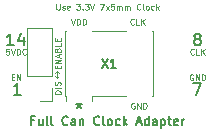
<source format=gbr>
%TF.GenerationSoftware,KiCad,Pcbnew,(5.1.6)-1*%
%TF.CreationDate,2021-08-23T07:44:09-04:00*%
%TF.ProjectId,full-can-to-smd,66756c6c-2d63-4616-9e2d-746f2d736d64,rev?*%
%TF.SameCoordinates,Original*%
%TF.FileFunction,Legend,Top*%
%TF.FilePolarity,Positive*%
%FSLAX46Y46*%
G04 Gerber Fmt 4.6, Leading zero omitted, Abs format (unit mm)*
G04 Created by KiCad (PCBNEW (5.1.6)-1) date 2021-08-23 07:44:09*
%MOMM*%
%LPD*%
G01*
G04 APERTURE LIST*
%ADD10C,0.125000*%
%ADD11C,0.150000*%
%ADD12C,0.120000*%
G04 APERTURE END LIST*
D10*
X145595571Y-79279714D02*
X145595571Y-78708285D01*
X145738428Y-78851142D02*
X145595571Y-78708285D01*
X145452714Y-78851142D01*
X145452714Y-79136857D02*
X145595571Y-79279714D01*
X145738428Y-79136857D01*
X145895190Y-80625095D02*
X145395190Y-80625095D01*
X145395190Y-80506047D01*
X145419000Y-80434619D01*
X145466619Y-80387000D01*
X145514238Y-80363190D01*
X145609476Y-80339380D01*
X145680904Y-80339380D01*
X145776142Y-80363190D01*
X145823761Y-80387000D01*
X145871380Y-80434619D01*
X145895190Y-80506047D01*
X145895190Y-80625095D01*
X145895190Y-80125095D02*
X145395190Y-80125095D01*
X145871380Y-79910809D02*
X145895190Y-79839380D01*
X145895190Y-79720333D01*
X145871380Y-79672714D01*
X145847571Y-79648904D01*
X145799952Y-79625095D01*
X145752333Y-79625095D01*
X145704714Y-79648904D01*
X145680904Y-79672714D01*
X145657095Y-79720333D01*
X145633285Y-79815571D01*
X145609476Y-79863190D01*
X145585666Y-79887000D01*
X145538047Y-79910809D01*
X145490428Y-79910809D01*
X145442809Y-79887000D01*
X145419000Y-79863190D01*
X145395190Y-79815571D01*
X145395190Y-79696523D01*
X145419000Y-79625095D01*
X145633285Y-78477904D02*
X145633285Y-78311238D01*
X145895190Y-78239809D02*
X145895190Y-78477904D01*
X145395190Y-78477904D01*
X145395190Y-78239809D01*
X145895190Y-78025523D02*
X145395190Y-78025523D01*
X145895190Y-77739809D01*
X145395190Y-77739809D01*
X145752333Y-77525523D02*
X145752333Y-77287428D01*
X145895190Y-77573142D02*
X145395190Y-77406476D01*
X145895190Y-77239809D01*
X145633285Y-76906476D02*
X145657095Y-76835047D01*
X145680904Y-76811238D01*
X145728523Y-76787428D01*
X145799952Y-76787428D01*
X145847571Y-76811238D01*
X145871380Y-76835047D01*
X145895190Y-76882666D01*
X145895190Y-77073142D01*
X145395190Y-77073142D01*
X145395190Y-76906476D01*
X145419000Y-76858857D01*
X145442809Y-76835047D01*
X145490428Y-76811238D01*
X145538047Y-76811238D01*
X145585666Y-76835047D01*
X145609476Y-76858857D01*
X145633285Y-76906476D01*
X145633285Y-77073142D01*
X145895190Y-76335047D02*
X145895190Y-76573142D01*
X145395190Y-76573142D01*
X145633285Y-76168380D02*
X145633285Y-76001714D01*
X145895190Y-75930285D02*
X145895190Y-76168380D01*
X145395190Y-76168380D01*
X145395190Y-75930285D01*
X141743952Y-79212285D02*
X141910619Y-79212285D01*
X141982047Y-79474190D02*
X141743952Y-79474190D01*
X141743952Y-78974190D01*
X141982047Y-78974190D01*
X142196333Y-79474190D02*
X142196333Y-78974190D01*
X142482047Y-79474190D01*
X142482047Y-78974190D01*
X157099047Y-78998000D02*
X157051428Y-78974190D01*
X156980000Y-78974190D01*
X156908571Y-78998000D01*
X156860952Y-79045619D01*
X156837142Y-79093238D01*
X156813333Y-79188476D01*
X156813333Y-79259904D01*
X156837142Y-79355142D01*
X156860952Y-79402761D01*
X156908571Y-79450380D01*
X156980000Y-79474190D01*
X157027619Y-79474190D01*
X157099047Y-79450380D01*
X157122857Y-79426571D01*
X157122857Y-79259904D01*
X157027619Y-79259904D01*
X157337142Y-79474190D02*
X157337142Y-78974190D01*
X157622857Y-79474190D01*
X157622857Y-78974190D01*
X157860952Y-79474190D02*
X157860952Y-78974190D01*
X157980000Y-78974190D01*
X158051428Y-78998000D01*
X158099047Y-79045619D01*
X158122857Y-79093238D01*
X158146666Y-79188476D01*
X158146666Y-79259904D01*
X158122857Y-79355142D01*
X158099047Y-79402761D01*
X158051428Y-79450380D01*
X157980000Y-79474190D01*
X157860952Y-79474190D01*
X157182380Y-77267571D02*
X157158571Y-77291380D01*
X157087142Y-77315190D01*
X157039523Y-77315190D01*
X156968095Y-77291380D01*
X156920476Y-77243761D01*
X156896666Y-77196142D01*
X156872857Y-77100904D01*
X156872857Y-77029476D01*
X156896666Y-76934238D01*
X156920476Y-76886619D01*
X156968095Y-76839000D01*
X157039523Y-76815190D01*
X157087142Y-76815190D01*
X157158571Y-76839000D01*
X157182380Y-76862809D01*
X157634761Y-77315190D02*
X157396666Y-77315190D01*
X157396666Y-76815190D01*
X157801428Y-77315190D02*
X157801428Y-76815190D01*
X158087142Y-77315190D02*
X157872857Y-77029476D01*
X158087142Y-76815190D02*
X157801428Y-77100904D01*
X141517761Y-76815190D02*
X141279666Y-76815190D01*
X141255857Y-77053285D01*
X141279666Y-77029476D01*
X141327285Y-77005666D01*
X141446333Y-77005666D01*
X141493952Y-77029476D01*
X141517761Y-77053285D01*
X141541571Y-77100904D01*
X141541571Y-77219952D01*
X141517761Y-77267571D01*
X141493952Y-77291380D01*
X141446333Y-77315190D01*
X141327285Y-77315190D01*
X141279666Y-77291380D01*
X141255857Y-77267571D01*
X141684428Y-76815190D02*
X141851095Y-77315190D01*
X142017761Y-76815190D01*
X142184428Y-77315190D02*
X142184428Y-76815190D01*
X142303476Y-76815190D01*
X142374904Y-76839000D01*
X142422523Y-76886619D01*
X142446333Y-76934238D01*
X142470142Y-77029476D01*
X142470142Y-77100904D01*
X142446333Y-77196142D01*
X142422523Y-77243761D01*
X142374904Y-77291380D01*
X142303476Y-77315190D01*
X142184428Y-77315190D01*
X142970142Y-77267571D02*
X142946333Y-77291380D01*
X142874904Y-77315190D01*
X142827285Y-77315190D01*
X142755857Y-77291380D01*
X142708238Y-77243761D01*
X142684428Y-77196142D01*
X142660619Y-77100904D01*
X142660619Y-77029476D01*
X142684428Y-76934238D01*
X142708238Y-76886619D01*
X142755857Y-76839000D01*
X142827285Y-76815190D01*
X142874904Y-76815190D01*
X142946333Y-76839000D01*
X142970142Y-76862809D01*
X145550476Y-73005190D02*
X145550476Y-73409952D01*
X145574285Y-73457571D01*
X145598095Y-73481380D01*
X145645714Y-73505190D01*
X145740952Y-73505190D01*
X145788571Y-73481380D01*
X145812380Y-73457571D01*
X145836190Y-73409952D01*
X145836190Y-73005190D01*
X146050476Y-73481380D02*
X146098095Y-73505190D01*
X146193333Y-73505190D01*
X146240952Y-73481380D01*
X146264761Y-73433761D01*
X146264761Y-73409952D01*
X146240952Y-73362333D01*
X146193333Y-73338523D01*
X146121904Y-73338523D01*
X146074285Y-73314714D01*
X146050476Y-73267095D01*
X146050476Y-73243285D01*
X146074285Y-73195666D01*
X146121904Y-73171857D01*
X146193333Y-73171857D01*
X146240952Y-73195666D01*
X146669523Y-73481380D02*
X146621904Y-73505190D01*
X146526666Y-73505190D01*
X146479047Y-73481380D01*
X146455238Y-73433761D01*
X146455238Y-73243285D01*
X146479047Y-73195666D01*
X146526666Y-73171857D01*
X146621904Y-73171857D01*
X146669523Y-73195666D01*
X146693333Y-73243285D01*
X146693333Y-73290904D01*
X146455238Y-73338523D01*
X147240952Y-73005190D02*
X147550476Y-73005190D01*
X147383809Y-73195666D01*
X147455238Y-73195666D01*
X147502857Y-73219476D01*
X147526666Y-73243285D01*
X147550476Y-73290904D01*
X147550476Y-73409952D01*
X147526666Y-73457571D01*
X147502857Y-73481380D01*
X147455238Y-73505190D01*
X147312380Y-73505190D01*
X147264761Y-73481380D01*
X147240952Y-73457571D01*
X147764761Y-73457571D02*
X147788571Y-73481380D01*
X147764761Y-73505190D01*
X147740952Y-73481380D01*
X147764761Y-73457571D01*
X147764761Y-73505190D01*
X147955238Y-73005190D02*
X148264761Y-73005190D01*
X148098095Y-73195666D01*
X148169523Y-73195666D01*
X148217142Y-73219476D01*
X148240952Y-73243285D01*
X148264761Y-73290904D01*
X148264761Y-73409952D01*
X148240952Y-73457571D01*
X148217142Y-73481380D01*
X148169523Y-73505190D01*
X148026666Y-73505190D01*
X147979047Y-73481380D01*
X147955238Y-73457571D01*
X148407619Y-73005190D02*
X148574285Y-73505190D01*
X148740952Y-73005190D01*
X149240952Y-73005190D02*
X149574285Y-73005190D01*
X149360000Y-73505190D01*
X149717142Y-73505190D02*
X149979047Y-73171857D01*
X149717142Y-73171857D02*
X149979047Y-73505190D01*
X150407619Y-73005190D02*
X150169523Y-73005190D01*
X150145714Y-73243285D01*
X150169523Y-73219476D01*
X150217142Y-73195666D01*
X150336190Y-73195666D01*
X150383809Y-73219476D01*
X150407619Y-73243285D01*
X150431428Y-73290904D01*
X150431428Y-73409952D01*
X150407619Y-73457571D01*
X150383809Y-73481380D01*
X150336190Y-73505190D01*
X150217142Y-73505190D01*
X150169523Y-73481380D01*
X150145714Y-73457571D01*
X150645714Y-73505190D02*
X150645714Y-73171857D01*
X150645714Y-73219476D02*
X150669523Y-73195666D01*
X150717142Y-73171857D01*
X150788571Y-73171857D01*
X150836190Y-73195666D01*
X150860000Y-73243285D01*
X150860000Y-73505190D01*
X150860000Y-73243285D02*
X150883809Y-73195666D01*
X150931428Y-73171857D01*
X151002857Y-73171857D01*
X151050476Y-73195666D01*
X151074285Y-73243285D01*
X151074285Y-73505190D01*
X151312380Y-73505190D02*
X151312380Y-73171857D01*
X151312380Y-73219476D02*
X151336190Y-73195666D01*
X151383809Y-73171857D01*
X151455238Y-73171857D01*
X151502857Y-73195666D01*
X151526666Y-73243285D01*
X151526666Y-73505190D01*
X151526666Y-73243285D02*
X151550476Y-73195666D01*
X151598095Y-73171857D01*
X151669523Y-73171857D01*
X151717142Y-73195666D01*
X151740952Y-73243285D01*
X151740952Y-73505190D01*
X152645714Y-73457571D02*
X152621904Y-73481380D01*
X152550476Y-73505190D01*
X152502857Y-73505190D01*
X152431428Y-73481380D01*
X152383809Y-73433761D01*
X152360000Y-73386142D01*
X152336190Y-73290904D01*
X152336190Y-73219476D01*
X152360000Y-73124238D01*
X152383809Y-73076619D01*
X152431428Y-73029000D01*
X152502857Y-73005190D01*
X152550476Y-73005190D01*
X152621904Y-73029000D01*
X152645714Y-73052809D01*
X152931428Y-73505190D02*
X152883809Y-73481380D01*
X152860000Y-73433761D01*
X152860000Y-73005190D01*
X153193333Y-73505190D02*
X153145714Y-73481380D01*
X153121904Y-73457571D01*
X153098095Y-73409952D01*
X153098095Y-73267095D01*
X153121904Y-73219476D01*
X153145714Y-73195666D01*
X153193333Y-73171857D01*
X153264761Y-73171857D01*
X153312380Y-73195666D01*
X153336190Y-73219476D01*
X153360000Y-73267095D01*
X153360000Y-73409952D01*
X153336190Y-73457571D01*
X153312380Y-73481380D01*
X153264761Y-73505190D01*
X153193333Y-73505190D01*
X153788571Y-73481380D02*
X153740952Y-73505190D01*
X153645714Y-73505190D01*
X153598095Y-73481380D01*
X153574285Y-73457571D01*
X153550476Y-73409952D01*
X153550476Y-73267095D01*
X153574285Y-73219476D01*
X153598095Y-73195666D01*
X153645714Y-73171857D01*
X153740952Y-73171857D01*
X153788571Y-73195666D01*
X154002857Y-73505190D02*
X154002857Y-73005190D01*
X154050476Y-73314714D02*
X154193333Y-73505190D01*
X154193333Y-73171857D02*
X154002857Y-73362333D01*
X152146047Y-81411000D02*
X152098428Y-81387190D01*
X152027000Y-81387190D01*
X151955571Y-81411000D01*
X151907952Y-81458619D01*
X151884142Y-81506238D01*
X151860333Y-81601476D01*
X151860333Y-81672904D01*
X151884142Y-81768142D01*
X151907952Y-81815761D01*
X151955571Y-81863380D01*
X152027000Y-81887190D01*
X152074619Y-81887190D01*
X152146047Y-81863380D01*
X152169857Y-81839571D01*
X152169857Y-81672904D01*
X152074619Y-81672904D01*
X152384142Y-81887190D02*
X152384142Y-81387190D01*
X152669857Y-81887190D01*
X152669857Y-81387190D01*
X152907952Y-81887190D02*
X152907952Y-81387190D01*
X153027000Y-81387190D01*
X153098428Y-81411000D01*
X153146047Y-81458619D01*
X153169857Y-81506238D01*
X153193666Y-81601476D01*
X153193666Y-81672904D01*
X153169857Y-81768142D01*
X153146047Y-81815761D01*
X153098428Y-81863380D01*
X153027000Y-81887190D01*
X152907952Y-81887190D01*
X152102380Y-74727571D02*
X152078571Y-74751380D01*
X152007142Y-74775190D01*
X151959523Y-74775190D01*
X151888095Y-74751380D01*
X151840476Y-74703761D01*
X151816666Y-74656142D01*
X151792857Y-74560904D01*
X151792857Y-74489476D01*
X151816666Y-74394238D01*
X151840476Y-74346619D01*
X151888095Y-74299000D01*
X151959523Y-74275190D01*
X152007142Y-74275190D01*
X152078571Y-74299000D01*
X152102380Y-74322809D01*
X152554761Y-74775190D02*
X152316666Y-74775190D01*
X152316666Y-74275190D01*
X152721428Y-74775190D02*
X152721428Y-74275190D01*
X153007142Y-74775190D02*
X152792857Y-74489476D01*
X153007142Y-74275190D02*
X152721428Y-74560904D01*
X146780333Y-74275190D02*
X146947000Y-74775190D01*
X147113666Y-74275190D01*
X147280333Y-74775190D02*
X147280333Y-74275190D01*
X147399380Y-74275190D01*
X147470809Y-74299000D01*
X147518428Y-74346619D01*
X147542238Y-74394238D01*
X147566047Y-74489476D01*
X147566047Y-74560904D01*
X147542238Y-74656142D01*
X147518428Y-74703761D01*
X147470809Y-74751380D01*
X147399380Y-74775190D01*
X147280333Y-74775190D01*
X147780333Y-74775190D02*
X147780333Y-74275190D01*
X147899380Y-74275190D01*
X147970809Y-74299000D01*
X148018428Y-74346619D01*
X148042238Y-74394238D01*
X148066047Y-74489476D01*
X148066047Y-74560904D01*
X148042238Y-74656142D01*
X148018428Y-74703761D01*
X147970809Y-74751380D01*
X147899380Y-74775190D01*
X147780333Y-74775190D01*
D11*
X157146666Y-79716380D02*
X157813333Y-79716380D01*
X157384761Y-80716380D01*
X157384761Y-75953952D02*
X157289523Y-75906333D01*
X157241904Y-75858714D01*
X157194285Y-75763476D01*
X157194285Y-75715857D01*
X157241904Y-75620619D01*
X157289523Y-75573000D01*
X157384761Y-75525380D01*
X157575238Y-75525380D01*
X157670476Y-75573000D01*
X157718095Y-75620619D01*
X157765714Y-75715857D01*
X157765714Y-75763476D01*
X157718095Y-75858714D01*
X157670476Y-75906333D01*
X157575238Y-75953952D01*
X157384761Y-75953952D01*
X157289523Y-76001571D01*
X157241904Y-76049190D01*
X157194285Y-76144428D01*
X157194285Y-76334904D01*
X157241904Y-76430142D01*
X157289523Y-76477761D01*
X157384761Y-76525380D01*
X157575238Y-76525380D01*
X157670476Y-76477761D01*
X157718095Y-76430142D01*
X157765714Y-76334904D01*
X157765714Y-76144428D01*
X157718095Y-76049190D01*
X157670476Y-76001571D01*
X157575238Y-75953952D01*
X141922523Y-76525380D02*
X141351095Y-76525380D01*
X141636809Y-76525380D02*
X141636809Y-75525380D01*
X141541571Y-75668238D01*
X141446333Y-75763476D01*
X141351095Y-75811095D01*
X142779666Y-75858714D02*
X142779666Y-76525380D01*
X142541571Y-75477761D02*
X142303476Y-76192047D01*
X142922523Y-76192047D01*
X142525714Y-80716380D02*
X141954285Y-80716380D01*
X142240000Y-80716380D02*
X142240000Y-79716380D01*
X142144761Y-79859238D01*
X142049523Y-79954476D01*
X141954285Y-80002095D01*
X147447000Y-81367380D02*
X147447000Y-81605476D01*
X147208904Y-81510238D02*
X147447000Y-81605476D01*
X147685095Y-81510238D01*
X147304142Y-81795952D02*
X147447000Y-81605476D01*
X147589857Y-81795952D01*
X143655071Y-82877428D02*
X143405071Y-82877428D01*
X143405071Y-83270285D02*
X143405071Y-82520285D01*
X143762214Y-82520285D01*
X144369357Y-82770285D02*
X144369357Y-83270285D01*
X144047928Y-82770285D02*
X144047928Y-83163142D01*
X144083642Y-83234571D01*
X144155071Y-83270285D01*
X144262214Y-83270285D01*
X144333642Y-83234571D01*
X144369357Y-83198857D01*
X144833642Y-83270285D02*
X144762214Y-83234571D01*
X144726500Y-83163142D01*
X144726500Y-82520285D01*
X145226500Y-83270285D02*
X145155071Y-83234571D01*
X145119357Y-83163142D01*
X145119357Y-82520285D01*
X146512214Y-83198857D02*
X146476500Y-83234571D01*
X146369357Y-83270285D01*
X146297928Y-83270285D01*
X146190785Y-83234571D01*
X146119357Y-83163142D01*
X146083642Y-83091714D01*
X146047928Y-82948857D01*
X146047928Y-82841714D01*
X146083642Y-82698857D01*
X146119357Y-82627428D01*
X146190785Y-82556000D01*
X146297928Y-82520285D01*
X146369357Y-82520285D01*
X146476500Y-82556000D01*
X146512214Y-82591714D01*
X147155071Y-83270285D02*
X147155071Y-82877428D01*
X147119357Y-82806000D01*
X147047928Y-82770285D01*
X146905071Y-82770285D01*
X146833642Y-82806000D01*
X147155071Y-83234571D02*
X147083642Y-83270285D01*
X146905071Y-83270285D01*
X146833642Y-83234571D01*
X146797928Y-83163142D01*
X146797928Y-83091714D01*
X146833642Y-83020285D01*
X146905071Y-82984571D01*
X147083642Y-82984571D01*
X147155071Y-82948857D01*
X147512214Y-82770285D02*
X147512214Y-83270285D01*
X147512214Y-82841714D02*
X147547928Y-82806000D01*
X147619357Y-82770285D01*
X147726500Y-82770285D01*
X147797928Y-82806000D01*
X147833642Y-82877428D01*
X147833642Y-83270285D01*
X149190785Y-83198857D02*
X149155071Y-83234571D01*
X149047928Y-83270285D01*
X148976500Y-83270285D01*
X148869357Y-83234571D01*
X148797928Y-83163142D01*
X148762214Y-83091714D01*
X148726500Y-82948857D01*
X148726500Y-82841714D01*
X148762214Y-82698857D01*
X148797928Y-82627428D01*
X148869357Y-82556000D01*
X148976500Y-82520285D01*
X149047928Y-82520285D01*
X149155071Y-82556000D01*
X149190785Y-82591714D01*
X149619357Y-83270285D02*
X149547928Y-83234571D01*
X149512214Y-83163142D01*
X149512214Y-82520285D01*
X150012214Y-83270285D02*
X149940785Y-83234571D01*
X149905071Y-83198857D01*
X149869357Y-83127428D01*
X149869357Y-82913142D01*
X149905071Y-82841714D01*
X149940785Y-82806000D01*
X150012214Y-82770285D01*
X150119357Y-82770285D01*
X150190785Y-82806000D01*
X150226500Y-82841714D01*
X150262214Y-82913142D01*
X150262214Y-83127428D01*
X150226500Y-83198857D01*
X150190785Y-83234571D01*
X150119357Y-83270285D01*
X150012214Y-83270285D01*
X150905071Y-83234571D02*
X150833642Y-83270285D01*
X150690785Y-83270285D01*
X150619357Y-83234571D01*
X150583642Y-83198857D01*
X150547928Y-83127428D01*
X150547928Y-82913142D01*
X150583642Y-82841714D01*
X150619357Y-82806000D01*
X150690785Y-82770285D01*
X150833642Y-82770285D01*
X150905071Y-82806000D01*
X151226500Y-83270285D02*
X151226500Y-82520285D01*
X151297928Y-82984571D02*
X151512214Y-83270285D01*
X151512214Y-82770285D02*
X151226500Y-83056000D01*
X152369357Y-83056000D02*
X152726500Y-83056000D01*
X152297928Y-83270285D02*
X152547928Y-82520285D01*
X152797928Y-83270285D01*
X153369357Y-83270285D02*
X153369357Y-82520285D01*
X153369357Y-83234571D02*
X153297928Y-83270285D01*
X153155071Y-83270285D01*
X153083642Y-83234571D01*
X153047928Y-83198857D01*
X153012214Y-83127428D01*
X153012214Y-82913142D01*
X153047928Y-82841714D01*
X153083642Y-82806000D01*
X153155071Y-82770285D01*
X153297928Y-82770285D01*
X153369357Y-82806000D01*
X154047928Y-83270285D02*
X154047928Y-82877428D01*
X154012214Y-82806000D01*
X153940785Y-82770285D01*
X153797928Y-82770285D01*
X153726500Y-82806000D01*
X154047928Y-83234571D02*
X153976500Y-83270285D01*
X153797928Y-83270285D01*
X153726500Y-83234571D01*
X153690785Y-83163142D01*
X153690785Y-83091714D01*
X153726500Y-83020285D01*
X153797928Y-82984571D01*
X153976500Y-82984571D01*
X154047928Y-82948857D01*
X154405071Y-82770285D02*
X154405071Y-83520285D01*
X154405071Y-82806000D02*
X154476500Y-82770285D01*
X154619357Y-82770285D01*
X154690785Y-82806000D01*
X154726500Y-82841714D01*
X154762214Y-82913142D01*
X154762214Y-83127428D01*
X154726500Y-83198857D01*
X154690785Y-83234571D01*
X154619357Y-83270285D01*
X154476500Y-83270285D01*
X154405071Y-83234571D01*
X154976500Y-82770285D02*
X155262214Y-82770285D01*
X155083642Y-82520285D02*
X155083642Y-83163142D01*
X155119357Y-83234571D01*
X155190785Y-83270285D01*
X155262214Y-83270285D01*
X155797928Y-83234571D02*
X155726500Y-83270285D01*
X155583642Y-83270285D01*
X155512214Y-83234571D01*
X155476500Y-83163142D01*
X155476500Y-82877428D01*
X155512214Y-82806000D01*
X155583642Y-82770285D01*
X155726500Y-82770285D01*
X155797928Y-82806000D01*
X155833642Y-82877428D01*
X155833642Y-82948857D01*
X155476500Y-83020285D01*
X156155071Y-83270285D02*
X156155071Y-82770285D01*
X156155071Y-82913142D02*
X156190785Y-82841714D01*
X156226500Y-82806000D01*
X156297928Y-82770285D01*
X156369357Y-82770285D01*
D12*
%TO.C,X1*%
X153627000Y-75333000D02*
X153687000Y-75333000D01*
X153687000Y-75333000D02*
X153687000Y-80813000D01*
X153687000Y-80813000D02*
X153627000Y-80813000D01*
X148547000Y-75333000D02*
X151427000Y-75333000D01*
X146347000Y-81273000D02*
X146347000Y-80813000D01*
X146347000Y-80813000D02*
X146287000Y-80813000D01*
X146287000Y-80813000D02*
X146287000Y-75333000D01*
X146287000Y-75333000D02*
X146347000Y-75333000D01*
X151427000Y-80813000D02*
X148547000Y-80813000D01*
X148547000Y-80813000D02*
X148547000Y-81273000D01*
%TO.C,J1*%
X145205000Y-81197000D02*
X144145000Y-81197000D01*
X145205000Y-80137000D02*
X145205000Y-81197000D01*
X145205000Y-79137000D02*
X143085000Y-79137000D01*
X143085000Y-79137000D02*
X143085000Y-75077000D01*
X145205000Y-79137000D02*
X145205000Y-75077000D01*
X145205000Y-75077000D02*
X143085000Y-75077000D01*
%TO.C,X1*%
D11*
X149379857Y-77694285D02*
X149879857Y-78444285D01*
X149879857Y-77694285D02*
X149379857Y-78444285D01*
X150558428Y-78444285D02*
X150129857Y-78444285D01*
X150344142Y-78444285D02*
X150344142Y-77694285D01*
X150272714Y-77801428D01*
X150201285Y-77872857D01*
X150129857Y-77908571D01*
%TD*%
M02*

</source>
